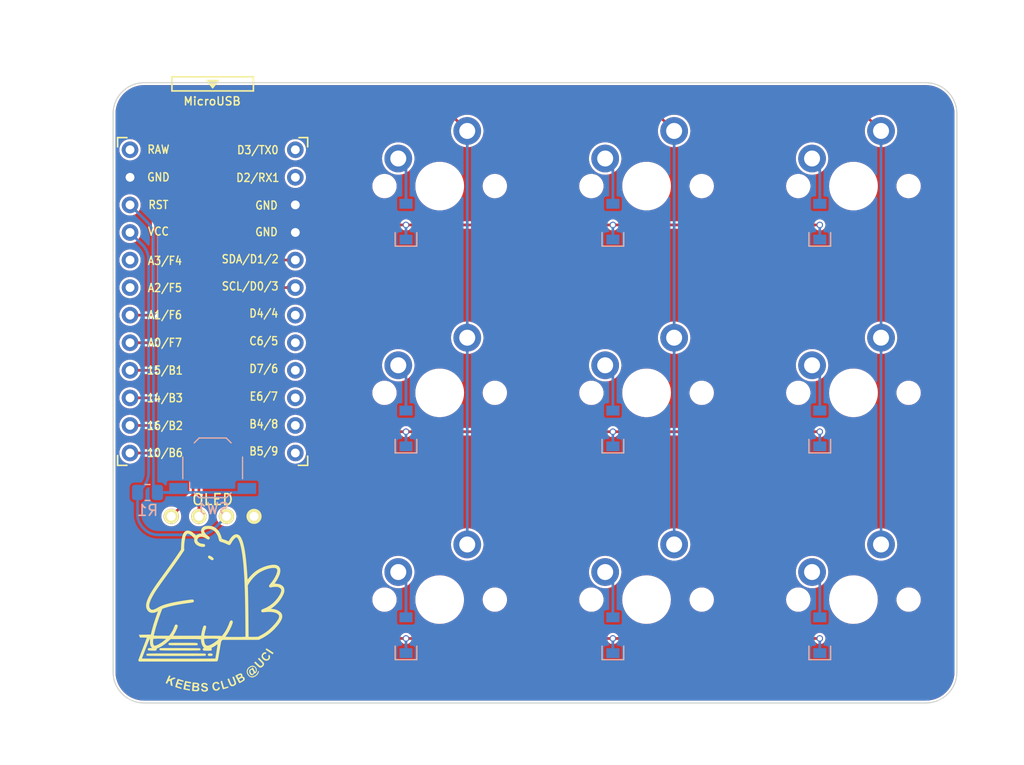
<source format=kicad_pcb>
(kicad_pcb (version 20211014) (generator pcbnew)
  (layers (0 "F.Cu" signal) (31 "B.Cu" signal) (34 "B.Paste" user) (35 "F.Paste" user) (36 "B.SilkS" user "B.Silkscreen") (37 "F.SilkS" user "F.Silkscreen") (38 "B.Mask" user) (39 "F.Mask" user) (44 "Edge.Cuts" user))
  (net 0 "")
  (net 1 "GND")
  (net 2 "row0")
  (net 3 "SDA")
  (net 4 "SCL")
  (net 5 "col0")
  (net 6 "col1")
  (net 7 "col2")
  (net 8 "+5V")
  (net 9 "Net-(R1-Pad2)")
  (net 19 "row1")
  (net 20 "row2")
  (net 21 "Net-(D1-Pad2)")
  (net 22 "Net-(D2-Pad2)")
  (net 23 "Net-(D3-Pad2)")
  (net 24 "Net-(D4-Pad2)")
  (net 25 "Net-(D5-Pad2)")
  (net 26 "Net-(D6-Pad2)")
  (net 27 "Net-(D7-Pad2)")
  (net 28 "Net-(D8-Pad2)")
  (net 29 "Net-(D9-Pad2)")
  (footprint "bevin:MXOnly-1U-NoLED" (layer "F.Cu") (at 135.999524 66.675)
    (fp_text reference "MX2")
    (fp_text value "MX-NoLED")
    (pad "" np_thru_hole circle (at -5.08 0 48.0996) (size 1.75 1.75) (drill 1.75) (layers *.Cu *.Mask))
    (pad "" np_thru_hole circle (at 0 0) (size 3.9878 3.9878) (drill 3.9878) (layers *.Cu *.Mask))
    (pad "" np_thru_hole circle (at 5.08 0 48.0996) (size 1.75 1.75) (drill 1.75) (layers *.Cu *.Mask))
    (pad "1" thru_hole circle (at -3.81 -2.54) (size 2.55 2.55) (drill 1.47) (layers *.Cu "B.Mask") (net 24 "Net-(D4-Pad2)"))
    (pad "2" thru_hole circle (at 2.54 -5.08) (size 2.55 2.55) (drill 1.47) (layers *.Cu "B.Mask") (net 5 "col0"))
  )
  (footprint "bevin:MXOnly-1U-NoLED" (layer "F.Cu") (at 155.049524 47.625)
    (fp_text reference "MX4")
    (fp_text value "MX-NoLED")
    (pad "" np_thru_hole circle (at 5.08 0 48.0996) (size 1.75 1.75) (drill 1.75) (layers *.Cu *.Mask))
    (pad "" np_thru_hole circle (at -5.08 0 48.0996) (size 1.75 1.75) (drill 1.75) (layers *.Cu *.Mask))
    (pad "" np_thru_hole circle (at 0 0) (size 3.9878 3.9878) (drill 3.9878) (layers *.Cu *.Mask))
    (pad "1" thru_hole circle (at -3.81 -2.54) (size 2.55 2.55) (drill 1.47) (layers *.Cu "B.Mask") (net 22 "Net-(D2-Pad2)"))
    (pad "2" thru_hole circle (at 2.54 -5.08) (size 2.55 2.55) (drill 1.47) (layers *.Cu "B.Mask") (net 6 "col1"))
  )
  (footprint "bevin:OLED_v2" (layer "F.Cu") (at 115.099942 78.05625)
    (fp_text reference "J1")
    (fp_text value "OLED" hide)
    (fp_text user "OLED" (at 0 -1.55) (layer "F.SilkS"))
    (pad "1" thru_hole circle locked (at -3.81 0) (size 1.397 1.397) (drill 0.8128) (layers *.Cu "F.SilkS" "B.Mask") (net 3 "SDA"))
    (pad "2" thru_hole circle locked (at -1.27 0) (size 1.397 1.397) (drill 0.8128) (layers *.Cu "F.SilkS" "B.Mask") (net 4 "SCL"))
    (pad "3" thru_hole circle locked (at 1.27 0) (size 1.397 1.397) (drill 0.8128) (layers *.Cu "F.SilkS" "B.Mask") (net 8 "+5V"))
    (pad "4" thru_hole circle locked (at 3.81 0) (size 1.397 1.397) (drill 0.8128) (layers *.Cu "F.SilkS" "B.Mask") (net 1 "GND"))
  )
  (footprint "bevin:MXOnly-1U-NoLED" (layer "F.Cu") (at 155.049524 66.675)
    (fp_text reference "MX5")
    (fp_text value "MX-NoLED")
    (pad "" np_thru_hole circle (at 0 0) (size 3.9878 3.9878) (drill 3.9878) (layers *.Cu *.Mask))
    (pad "" np_thru_hole circle (at -5.08 0 48.0996) (size 1.75 1.75) (drill 1.75) (layers *.Cu *.Mask))
    (pad "" np_thru_hole circle (at 5.08 0 48.0996) (size 1.75 1.75) (drill 1.75) (layers *.Cu *.Mask))
    (pad "1" thru_hole circle (at -3.81 -2.54) (size 2.55 2.55) (drill 1.47) (layers *.Cu "B.Mask") (net 25 "Net-(D5-Pad2)"))
    (pad "2" thru_hole circle (at 2.54 -5.08) (size 2.55 2.55) (drill 1.47) (layers *.Cu "B.Mask") (net 6 "col1"))
  )
  (footprint "bevin:MXOnly-1U-NoLED" (layer "F.Cu") (at 135.999524 85.725)
    (fp_text reference "MX3")
    (fp_text value "MX-NoLED")
    (pad "" np_thru_hole circle (at 0 0) (size 3.9878 3.9878) (drill 3.9878) (layers *.Cu *.Mask))
    (pad "" np_thru_hole circle (at -5.08 0 48.0996) (size 1.75 1.75) (drill 1.75) (layers *.Cu *.Mask))
    (pad "" np_thru_hole circle (at 5.08 0 48.0996) (size 1.75 1.75) (drill 1.75) (layers *.Cu *.Mask))
    (pad "1" thru_hole circle (at -3.81 -2.54) (size 2.55 2.55) (drill 1.47) (layers *.Cu "B.Mask") (net 27 "Net-(D7-Pad2)"))
    (pad "2" thru_hole circle (at 2.54 -5.08) (size 2.55 2.55) (drill 1.47) (layers *.Cu "B.Mask") (net 5 "col0"))
  )
  (footprint "bevin:MXOnly-1U-NoLED" (layer "F.Cu") (at 174.099524 47.625)
    (fp_text reference "MX7")
    (fp_text value "MX-NoLED")
    (pad "" np_thru_hole circle (at 0 0) (size 3.9878 3.9878) (drill 3.9878) (layers *.Cu *.Mask))
    (pad "" np_thru_hole circle (at 5.08 0 48.0996) (size 1.75 1.75) (drill 1.75) (layers *.Cu *.Mask))
    (pad "" np_thru_hole circle (at -5.08 0 48.0996) (size 1.75 1.75) (drill 1.75) (layers *.Cu *.Mask))
    (pad "1" thru_hole circle (at -3.81 -2.54) (size 2.55 2.55) (drill 1.47) (layers *.Cu "B.Mask") (net 23 "Net-(D3-Pad2)"))
    (pad "2" thru_hole circle (at 2.54 -5.08) (size 2.55 2.55) (drill 1.47) (layers *.Cu "B.Mask") (net 7 "col2"))
  )
  (footprint "bevin:MXOnly-1U-NoLED" (layer "F.Cu") (at 135.999524 47.625)
    (fp_text reference "MX1")
    (fp_text value "MX-NoLED")
    (pad "" np_thru_hole circle (at -5.08 0 48.0996) (size 1.75 1.75) (drill 1.75) (layers *.Cu *.Mask))
    (pad "" np_thru_hole circle (at 0 0) (size 3.9878 3.9878) (drill 3.9878) (layers *.Cu *.Mask))
    (pad "" np_thru_hole circle (at 5.08 0 48.0996) (size 1.75 1.75) (drill 1.75) (layers *.Cu *.Mask))
    (pad "1" thru_hole circle (at -3.81 -2.54) (size 2.55 2.55) (drill 1.47) (layers *.Cu "B.Mask") (net 21 "Net-(D1-Pad2)"))
    (pad "2" thru_hole circle (at 2.54 -5.08) (size 2.55 2.55) (drill 1.47) (layers *.Cu "B.Mask") (net 5 "col0"))
  )
  (footprint "bevin:MXOnly-1U-NoLED" (layer "F.Cu") (at 155.049524 85.725)
    (fp_text reference "MX6")
    (fp_text value "MX-NoLED")
    (pad "" np_thru_hole circle (at -5.08 0 48.0996) (size 1.75 1.75) (drill 1.75) (layers *.Cu *.Mask))
    (pad "" np_thru_hole circle (at 5.08 0 48.0996) (size 1.75 1.75) (drill 1.75) (layers *.Cu *.Mask))
    (pad "" np_thru_hole circle (at 0 0) (size 3.9878 3.9878) (drill 3.9878) (layers *.Cu *.Mask))
    (pad "1" thru_hole circle (at -3.81 -2.54) (size 2.55 2.55) (drill 1.47) (layers *.Cu "B.Mask") (net 28 "Net-(D8-Pad2)"))
    (pad "2" thru_hole circle (at 2.54 -5.08) (size 2.55 2.55) (drill 1.47) (layers *.Cu "B.Mask") (net 6 "col1"))
  )
  (footprint "bevin:MXOnly-1U-NoLED" (layer "F.Cu") (at 174.099524 66.675)
    (fp_text reference "MX8")
    (fp_text value "MX-NoLED")
    (pad "" np_thru_hole circle (at 5.08 0 48.0996) (size 1.75 1.75) (drill 1.75) (layers *.Cu *.Mask))
    (pad "" np_thru_hole circle (at 0 0) (size 3.9878 3.9878) (drill 3.9878) (layers *.Cu *.Mask))
    (pad "" np_thru_hole circle (at -5.08 0 48.0996) (size 1.75 1.75) (drill 1.75) (layers *.Cu *.Mask))
    (pad "1" thru_hole circle (at -3.81 -2.54) (size 2.55 2.55) (drill 1.47) (layers *.Cu "B.Mask") (net 26 "Net-(D6-Pad2)"))
    (pad "2" thru_hole circle (at 2.54 -5.08) (size 2.55 2.55) (drill 1.47) (layers *.Cu "B.Mask") (net 7 "col2"))
  )
  (footprint "bevin:ProMicro_v3" (layer "F.Cu") (at 115.099942 58.75625)
    (fp_text reference "U1" hide)
    (fp_text value "ProMicro" hide)
    (fp_text user "RAW" (at -4.995 -14.5 unlocked) (layer "F.SilkS") (effects (font (size 0.75 0.67) (thickness 0.125))))
    (fp_text user "14/B3" (at -4.395 8.4 unlocked) (layer "F.SilkS") (effects (font (size 0.75 0.67) (thickness 0.125))))
    (fp_text user "MicroUSB" (at -0.05 -18.95) (layer "F.SilkS") (effects (font (size 0.75 0.75) (thickness 0.12))))
    (fp_text user "RST" (at -4.995 -9.4 unlocked) (layer "F.SilkS") (effects (font (size 0.75 0.67) (thickness 0.125))))
    (fp_text user "D7/6" (at 4.705 5.7 unlocked) (layer "F.SilkS") (effects (font (size 0.75 0.67) (thickness 0.125))))
    (fp_text user "15/B1" (at -4.395 5.85 unlocked) (layer "F.SilkS") (effects (font (size 0.75 0.67) (thickness 0.125))))
    (fp_text user "D3/TX0" (at 4.155 -14.45 unlocked) (layer "F.SilkS") (effects (font (size 0.75 0.67) (thickness 0.125))))
    (fp_text user "SDA/D1/2" (at 3.455 -4.4 unlocked) (layer "F.SilkS") (effects (font (size 0.75 0.67) (thickness 0.125))))
    (fp_text user "10/B6" (at -4.395 13.45 unlocked) (layer "F.SilkS") (effects (font (size 0.75 0.67) (thickness 0.125))))
    (fp_text user "A3/F4" (at -4.395 -4.25 unlocked) (layer "F.SilkS") (effects (font (size 0.75 0.67) (thickness 0.125))))
    (fp_text user "A0/F7" (at -4.395 3.3 unlocked) (layer "F.SilkS") (effects (font (size 0.75 0.67) (thickness 0.125))))
    (fp_text user "GND" (at 4.955 -9.35 unlocked) (layer "F.SilkS") (effects (font (size 0.75 0.67) (thickness 0.125))))
    (fp_text user "C6/5" (at 4.705 3.15 unlocked) (layer "F.SilkS") (effects (font (size 0.75 0.67) (thickness 0.125))))
    (fp_text user "MicroUSB" (at -0.05 -18.95) (layer "F.SilkS") (effects (font (size 0.75 0.75) (thickness 0.12))))
    (fp_text user "VCC" (at -4.995 -6.95 unlocked) (layer "F.SilkS") (effects (font (size 0.75 0.67) (thickness 0.125))))
    (fp_text user "A2/F5" (at -4.395 -1.75 unlocked) (layer "F.SilkS") (effects (font (size 0.75 0.67) (thickness 0.125))))
    (fp_text user "GND" (at -4.995 -11.95 unlocked) (layer "F.SilkS") (effects (font (size 0.75 0.67) (thickness 0.125))))
    (fp_text user "A1/F6" (at -4.395 0.75 unlocked) (layer "F.SilkS") (effects (font (size 0.75 0.67) (thickness 0.125))))
    (fp_text user "E6/7" (at 4.705 8.25 unlocked) (layer "F.SilkS") (effects (font (size 0.75 0.67) (thickness 0.125))))
    (fp_text user "GND" (at 4.955 -6.9 unlocked) (layer "F.SilkS") (effects (font (size 0.75 0.67) (thickness 0.125))))
    (fp_text user "D2/RX1" (at 4.155 -11.9 unlocked) (layer "F.SilkS") (effects (font (size 0.75 0.67) (thickness 0.125))))
    (fp_text user "B5/9" (at 4.705 13.3 unlocked) (layer "F.SilkS") (effects (font (size 0.75 0.67) (thickness 0.125))))
    (fp_text user "SCL/D0/3" (at 3.455 -1.9 unlocked) (layer "F.SilkS") (effects (font (size 0.75 0.67) (thickness 0.125))))
    (fp_text user "D4/4" (at 4.705 0.6 unlocked) (layer "F.SilkS") (effects (font (size 0.75 0.67) (thickness 0.125))))
    (fp_text user "B4/8" (at 4.705 10.8 unlocked) (layer "F.SilkS") (effects (font (size 0.75 0.67) (thickness 0.125))))
    (fp_text user "16/B2" (at -4.395 10.95 unlocked) (layer "F.SilkS") (effects (font (size 0.75 0.67) (thickness 0.125))))
    (pad "1" thru_hole circle locked (at 7.6114 -14.478) (size 1.524 1.524) (drill 0.8128) (layers *.Cu "B.Mask"))
    (pad "2" thru_hole circle locked (at 7.6114 -11.938) (size 1.524 1.524) (drill 0.8128) (layers *.Cu "B.Mask"))
    (pad "3" thru_hole circle locked (at 7.6114 -9.398) (size 1.524 1.524) (drill 0.8128) (layers *.Cu "B.Mask") (net 1 "GND"))
    (pad "4" thru_hole circle locked (at 7.6114 -6.858) (size 1.524 1.524) (drill 0.8128) (layers *.Cu "B.Mask") (net 1 "GND"))
    (pad "5" thru_hole circle locked (at 7.6114 -4.318) (size 1.524 1.524) (drill 0.8128) (layers *.Cu "B.Mask") (net 3 "SDA"))
    (pad "6" thru_hole circle locked (at 7.6114 -1.778) (size 1.524 1.524) (drill 0.8128) (layers *.Cu "B.Mask") (net 4 "SCL"))
    (pad "7" thru_hole circle locked (at 7.6114 0.762) (size 1.524 1.524) (drill 0.8128) (layers *.Cu "B.Mask"))
    (pad "8" thru_hole circle locked (at 7.6114 3.302) (size 1.524 1.524) (drill 0.8128) (layers *.Cu "B.Mask"))
    (pad "9" thru_hole circle locked (at 7.6114 5.842) (size 1.524 1.524) (drill 0.8128) (layers *.Cu "B.Mask"))
    (pad "10" thru_hole circle locked (at 7.6114 8.382) (size 1.524 1.524) (drill 0.8128) (layers *.Cu "B.Mask"))
    (pad "11" thru_hole circle locked (at 7.6114 10.922) (size 1.524 1.524) (drill 0.8128) (layers *.Cu "B.Mask"))
    (pad "12" thru_hole circle locked (at 7.6114 13.462) (size 1.524 1.524) (drill 0.8128) (layers *.Cu "B.Mask"))
    (pad "13" thru_hole circle locked (at -7.6086 13.462) (size 1.524 1.524) (drill 0.8128) (layers *.Cu "B.Mask") (net 20 "row2"))
    (pad "14" thru_hole circle locked (at -7.6086 10.922) (size 1.524 1.524) (drill 0.8128) (layers *.Cu "B.Mask") (net 19 "row1"))
    (pad "15" thru_hole circle locked (at -7.6086 8.382) (size 1.524 1.524) (drill 0.8128) (layers *.Cu "B.Mask") (net 2 "row0"))
    (pad "16" thru_hole circle locked (at -7.6086 5.842) (size 1.524 1.524) (drill 0.8128) (layers *.Cu "B.Mask") (net 5 "col0"))
    (pad "17" thru_hole circle locked (at -7.6086 3.302) (size 1.524 1.524) (drill 0.8128) (layers *.Cu "B.Mask") (net 6 "col1"))
    (pad "18" thru_hole circle locked (at -7.6086 0.762) (size 1.524 1.524) (drill 0.8128) (layers *.Cu "B.Mask") (net 7 "col2"))
    (pad "19" thru_hole circle locked (at -7.6086 -1.778) (size 1.524 1.524) (drill 0.8128) (layers *.Cu "B.Mask"))
    (pad "20" thru_hole circle locked (at -7.6086 -4.318) (size 1.524 1.524) (drill 0.8128) (layers *.Cu "B.Mask"))
    (pad "21" thru_hole circle locked (at -7.6086 -6.858) (size 1.524 1.524) (drill 0.8128) (layers *.Cu "B.Mask") (net 8 "+5V"))
    (pad "22" thru_hole circle locked (at -7.6086 -9.398) (size 1.524 1.524) (drill 0.8128) (layers *.Cu "B.Mask") (net 9 "Net-(R1-Pad2)"))
    (pad "23" thru_hole circle locked (at -7.6086 -11.938) (size 1.524 1.524) (drill 0.8128) (layers *.Cu "B.Mask") (net 1 "GND"))
    (pad "24" thru_hole circle locked (at -7.6086 -14.478) (size 1.524 1.524) (drill 0.8128) (layers *.Cu "B.Mask"))
  )
  (footprint "LOGO" (layer "F.Cu") (at 115.099942 86.6525)
    (fp_text reference "G***")
    (fp_text value "LOGO" hide)
  )
  (footprint "bevin:MXOnly-1U-NoLED" (layer "F.Cu") (at 174.099524 85.725)
    (fp_text reference "MX9")
    (fp_text value "MX-NoLED")
    (pad "" np_thru_hole circle (at 5.08 0 48.0996) (size 1.75 1.75) (drill 1.75) (layers *.Cu *.Mask))
    (pad "" np_thru_hole circle (at 0 0) (size 3.9878 3.9878) (drill 3.9878) (layers *.Cu *.Mask))
    (pad "" np_thru_hole circle (at -5.08 0 48.0996) (size 1.75 1.75) (drill 1.75) (layers *.Cu *.Mask))
    (pad "1" thru_hole circle (at -3.81 -2.54) (size 2.55 2.55) (drill 1.47) (layers *.Cu "B.Mask") (net 29 "Net-(D9-Pad2)"))
    (pad "2" thru_hole circle (at 2.54 -5.08) (size 2.55 2.55) (drill 1.47) (layers *.Cu "B.Mask") (net 7 "col2"))
  )
  (footprint "Button_Switch_SMD:SW_SPST_TL3342" (layer "B.Cu") (at 115.099942 73.58625)
    (fp_text reference "SW1" (at 0 3.75) (layer "B.SilkS") (effects (justify mirror)))
    (fp_text value "SW_Push")
    (pad "1" smd rect (at -3.15 1.9) (size 1.7 1) (layers "B.Cu" "B.Paste" "B.Mask") (net 9 "Net-(R1-Pad2)"))
    (pad "1" smd rect (at 3.15 1.9) (size 1.7 1) (layers "B.Cu" "B.Paste" "B.Mask") (net 9 "Net-(R1-Pad2)"))
    (pad "2" smd rect (at 3.15 -1.9) (size 1.7 1) (layers "B.Cu" "B.Paste" "B.Mask") (net 1 "GND"))
    (pad "2" smd rect (at -3.15 -1.9) (size 1.7 1) (layers "B.Cu" "B.Paste" "B.Mask") (net 1 "GND"))
  )
  (footprint "bevin:D_SOD-123-Pretty" (layer "B.Cu") (at 151.949524 69.95625 90)
    (fp_text reference "D5")
    (fp_text value "D_Small")
    (pad "1" smd rect locked (at -1.65 0 90) (size 0.9 1.2) (layers "B.Cu" "B.Paste" "B.Mask") (net 19 "row1"))
    (pad "2" smd rect locked (at 1.65 0 90) (size 0.9 1.2) (layers "B.Cu" "B.Paste" "B.Mask") (net 25 "Net-(D5-Pad2)"))
  )
  (footprint "bevin:D_SOD-123-Pretty" (layer "B.Cu") (at 132.899524 89.00625 90)
    (fp_text reference "D7")
    (fp_text value "D_Small")
    (pad "1" smd rect locked (at -1.65 0 90) (size 0.9 1.2) (layers "B.Cu" "B.Paste" "B.Mask") (net 20 "row2"))
    (pad "2" smd rect locked (at 1.65 0 90) (size 0.9 1.2) (layers "B.Cu" "B.Paste" "B.Mask") (net 27 "Net-(D7-Pad2)"))
  )
  (footprint "bevin:D_SOD-123-Pretty" (layer "B.Cu") (at 132.899524 69.95625 90)
    (fp_text reference "D4")
    (fp_text value "D_Small")
    (pad "1" smd rect locked (at -1.65 0 90) (size 0.9 1.2) (layers "B.Cu" "B.Paste" "B.Mask") (net 19 "row1"))
    (pad "2" smd rect locked (at 1.65 0 90) (size 0.9 1.2) (layers "B.Cu" "B.Paste" "B.Mask") (net 24 "Net-(D4-Pad2)"))
  )
  (footprint "Resistor_SMD:R_0805_2012Metric" (layer "B.Cu") (at 109.099942 75.85625)
    (fp_text reference "R1" (at 0 1.65) (layer "B.SilkS") (effects (justify mirror)))
    (fp_text value "10k")
    (pad "1" smd roundrect (at -0.9125 0) (size 1.025 1.4) (layers "B.Cu" "B.Paste" "B.Mask") (roundrect_rratio 0.243902439) (net 8 "+5V"))
    (pad "2" smd roundrect (at 0.9125 0) (size 1.025 1.4) (layers "B.Cu" "B.Paste" "B.Mask") (roundrect_rratio 0.243902439) (net 9 "Net-(R1-Pad2)"))
  )
  (footprint "bevin:D_SOD-123-Pretty" (layer "B.Cu") (at 170.999524 89.00625 90)
    (fp_text reference "D9")
    (fp_text value "D_Small")
    (pad "1" smd rect locked (at -1.65 0 90) (size 0.9 1.2) (layers "B.Cu" "B.Paste" "B.Mask") (net 20 "row2"))
    (pad "2" smd rect locked (at 1.65 0 90) (size 0.9 1.2) (layers "B.Cu" "B.Paste" "B.Mask") (net 29 "Net-(D9-Pad2)"))
  )
  (footprint "bevin:D_SOD-123-Pretty" (layer "B.Cu") (at 132.899524 50.90625 90)
    (fp_text reference "D1")
    (fp_text value "D_Small")
    (pad "1" smd rect locked (at -1.65 0 90) (size 0.9 1.2) (layers "B.Cu" "B.Paste" "B.Mask") (net 2 "row0"))
    (pad "2" smd rect locked (at 1.65 0 90) (size 0.9 1.2) (layers "B.Cu" "B.Paste" "B.Mask") (net 21 "Net-(D1-Pad2)"))
  )
  (footprint "bevin:D_SOD-123-Pretty" (layer "B.Cu") (at 170.999524 69.95625 90)
    (fp_text reference "D6")
    (fp_text value "D_Small")
    (pad "1" smd rect locked (at -1.65 0 90) (size 0.9 1.2) (layers "B.Cu" "B.Paste" "B.Mask") (net 19 "row1"))
    (pad "2" smd rect locked (at 1.65 0 90) (size 0.9 1.2) (layers "B.Cu" "B.Paste" "B.Mask") (net 26 "Net-(D6-Pad2)"))
  )
  (footprint "bevin:D_SOD-123-Pretty" (layer "B.Cu") (at 151.949524 50.90625 90)
    (fp_text reference "D2")
    (fp_text value "D_Small")
    (pad "1" smd rect locked (at -1.65 0 90) (size 0.9 1.2) (layers "B.Cu" "B.Paste" "B.Mask") (net 2 "row0"))
    (pad "2" smd rect locked (at 1.65 0 90) (size 0.9 1.2) (layers "B.Cu" "B.Paste" "B.Mask") (net 22 "Net-(D2-Pad2)"))
  )
  (footprint "bevin:D_SOD-123-Pretty" (layer "B.Cu") (at 151.949524 89.00625 90)
    (fp_text reference "D8")
    (fp_text value "D_Small")
    (pad "1" smd rect locked (at -1.65 0 90) (size 0.9 1.2) (layers "B.Cu" "B.Paste" "B.Mask") (net 20 "row2"))
    (pad "2" smd rect locked (at 1.65 0 90) (size 0.9 1.2) (layers "B.Cu" "B.Paste" "B.Mask") (net 28 "Net-(D8-Pad2)"))
  )
  (footprint "bevin:D_SOD-123-Pretty" (layer "B.Cu") (at 170.999524 50.90625 90)
    (fp_text reference "D3")
    (fp_text value "D_Small")
    (pad "1" smd rect locked (at -1.65 0 90) (size 0.9 1.2) (layers "B.Cu" "B.Paste" "B.Mask") (net 2 "row0"))
    (pad "2" smd rect locked (at 1.65 0 90) (size 0.9 1.2) (layers "B.Cu" "B.Paste" "B.Mask") (net 23 "Net-(D3-Pad2)"))
  )
  (gr_arc (start 105.932025 40.9575) (mid 106.768967 38.936942) (end 108.789525 38.1) (layer "Edge.Cuts") (width 0.1))
  (gr_line (start 108.789525 38.1) (end 180.767024 38.1) (layer "Edge.Cuts") (width 0.1))
  (gr_line (start 105.932025 92.3925) (end 105.932025 40.9575) (layer "Edge.Cuts") (width 0.1))
  (gr_line (start 183.624524 40.9575) (end 183.624524 92.3925) (layer "Edge.Cuts") (width 0.1))
  (gr_line (start 108.789525 95.25) (end 180.767024 95.25) (layer "Edge.Cuts") (width 0.1))
  (gr_arc (start 180.767024 38.1) (mid 182.787582 38.936942) (end 183.624524 40.9575) (layer "Edge.Cuts") (width 0.1))
  (gr_arc (start 108.789525 95.25) (mid 106.768967 94.413058) (end 105.932025 92.3925) (layer "Edge.Cuts") (width 0.1))
  (gr_arc (start 183.624524 92.3925) (mid 182.787582 94.413058) (end 180.767024 95.25) (layer "Edge.Cuts") (width 0.1))
  (segment (start 127.674524 51.20625) (end 126.950774 50.4825) (width 0.25) (layer "F.Cu") (net 2))
  (segment (start 132.899524 51.20625) (end 127.674524 51.20625) (width 0.25) (layer "F.Cu") (net 2))
  (segment (start 124.610754 40.9575) (end 114.30849 40.9575) (width 0.25) (layer "F.Cu") (net 2))
  (segment (start 170.999524 51.20625) (end 132.899524 51.20625) (width 0.25) (layer "F.Cu") (net 2))
  (segment (start 111.349942 66.75625) (end 110.967942 67.13825) (width 0.25) (layer "F.Cu") (net 2))
  (segment (start 126.950774 50.4825) (end 126.950774 43.29752) (width 0.25) (layer "F.Cu") (net 2))
  (segment (start 112.328591 41.777601) (end 112.170043 41.936149) (width 0.25) (layer "F.Cu") (net 2))
  (segment (start 111.349942 43.916048) (end 111.349942 66.75625) (width 0.25) (layer "F.Cu") (net 2))
  (segment (start 126.306409 41.741885) (end 126.166389 41.601865) (width 0.25) (layer "F.Cu") (net 2))
  (segment (start 110.967942 67.13825) (end 107.491342 67.13825) (width 0.25) (layer "F.Cu") (net 2))
  (via (at 132.899524 51.20625) (size 0.6) (drill 0.4) (layers "F.Cu" "B.Cu") (net 2))
  (via (at 151.949524 51.20625) (size 0.6) (drill 0.4) (layers "F.Cu" "B.Cu") (net 2))
  (via (at 170.999524 51.20625) (size 0.6) (drill 0.4) (layers "F.Cu" "B.Cu") (net 2))
  (arc (start 112.328591 41.777601) (mid 113.236976 41.170637) (end 114.30849 40.9575) (width 0.25) (layer "F.Cu") (net 2))
  (arc (start 126.166389 41.601865) (mid 125.452658 41.124965) (end 124.610754 40.9575) (width 0.25) (layer "F.Cu") (net 2))
  (arc (start 112.170043 41.936149) (mid 111.563079 42.844534) (end 111.349942 43.916048) (width 0.25) (layer "F.Cu") (net 2))
  (arc (start 126.306409 41.741885) (mid 126.783309 42.455616) (end 126.950774 43.29752) (width 0.25) (layer "F.Cu") (net 2))
  (segment (start 170.999524 51.20625) (end 170.999524 52.55625) (width 0.25) (layer "B.Cu") (net 2))
  (segment (start 132.899524 51.20625) (end 132.899524 52.55625) (width 0.25) (layer "B.Cu") (net 2))
  (segment (start 151.949524 51.20625) (end 151.949524 52.55625) (width 0.25) (layer "B.Cu") (net 2))
  (segment (start 113.299524 76.046668) (end 111.289942 78.05625) (width 0.25) (layer "F.Cu") (net 3))
  (segment (start 113.299524 55.886567) (end 113.299524 76.046668) (width 0.25) (layer "F.Cu") (net 3))
  (segment (start 113.757891 54.848301) (end 113.709574 54.896618) (width 0.25) (layer "F.Cu") (net 3))
  (segment (start 122.711342 54.43825) (end 114.747841 54.43825) (width 0.25) (layer "F.Cu") (net 3))
  (arc (start 114.747841 54.43825) (mid 114.212084 54.544819) (end 113.757891 54.848301) (width 0.25) (layer "F.Cu") (net 3))
  (arc (start 113.709574 54.896618) (mid 113.406093 55.350811) (end 113.299524 55.886567) (width 0.25) (layer "F.Cu") (net 3))
  (segment (start 122.711342 56.97825) (end 115.499262 56.97825) (width 0.25) (layer "F.Cu") (net 4))
  (segment (start 113.829942 58.64757) (end 113.829942 78.05625) (width 0.25) (layer "F.Cu") (net 4))
  (segment (start 114.438602 57.41759) (end 114.269282 57.58691) (width 0.25) (layer "F.Cu") (net 4))
  (arc (start 113.829942 58.64757) (mid 113.944123 58.073545) (end 114.269282 57.58691) (width 0.25) (layer "F.Cu") (net 4))
  (arc (start 115.499262 56.97825) (mid 114.925237 57.092431) (end 114.438602 57.41759) (width 0.25) (layer "F.Cu") (net 4))
  (segment (start 110.507942 64.59825) (end 110.849942 64.25625) (width 0.25) (layer "F.Cu") (net 5))
  (segment (start 137.061561 41.067037) (end 138.539524 42.545) (width 0.25) (layer "F.Cu") (net 5))
  (segment (start 114.159004 40.48125) (end 135.647347 40.48125) (width 0.25) (layer "F.Cu") (net 5))
  (segment (start 111.757911 41.598281) (end 111.966973 41.389219) (width 0.25) (layer "F.Cu") (net 5))
  (segment (start 110.849942 64.25625) (end 110.849942 43.790312) (width 0.25) (layer "F.Cu") (net 5))
  (segment (start 107.491342 64.59825) (end 110.507942 64.59825) (width 0.25) (layer "F.Cu") (net 5))
  (arc (start 137.061561 41.067037) (mid 136.412714 40.633491) (end 135.647347 40.48125) (width 0.25) (layer "F.Cu") (net 5))
  (arc (start 111.966973 41.389219) (mid 112.972685 40.717223) (end 114.159004 40.48125) (width 0.25) (layer "F.Cu") (net 5))
  (arc (start 111.757911 41.598281) (mid 111.085915 42.603993) (end 110.849942 43.790312) (width 0.25) (layer "F.Cu") (net 5))
  (segment (start 138.539524 42.545) (end 138.539524 80.645) (width 0.25) (layer "B.Cu") (net 5))
  (segment (start 157.589524 42.545) (end 155.63531 40.590786) (width 0.25) (layer "F.Cu") (net 6))
  (segment (start 154.221097 40.005) (end 114.009518 40.005) (width 0.25) (layer "F.Cu") (net 6))
  (segment (start 110.349942 61.75625) (end 110.047942 62.05825) (width 0.25) (layer "F.Cu") (net 6))
  (segment (start 110.047942 62.05825) (end 107.491342 62.05825) (width 0.25) (layer "F.Cu") (net 6))
  (segment (start 110.349942 43.664576) (end 110.349942 61.75625) (width 0.25) (layer "F.Cu") (net 6))
  (segment (start 111.605355 41.000837) (end 111.345779 41.260413) (width 0.25) (layer "F.Cu") (net 6))
  (arc (start 114.009518 40.005) (mid 112.708394 40.26381) (end 111.605355 41.000837) (width 0.25) (layer "F.Cu") (net 6))
  (arc (start 110.349942 43.664576) (mid 110.608752 42.363452) (end 111.345779 41.260413) (width 0.25) (layer "F.Cu") (net 6))
  (arc (start 155.63531 40.590786) (mid 154.986464 40.157241) (end 154.221097 40.005) (width 0.25) (layer "F.Cu") (net 6))
  (segment (start 157.589524 80.645) (end 157.589524 42.545) (width 0.25) (layer "B.Cu") (net 6))
  (segment (start 109.587942 59.51825) (end 109.849942 59.25625) (width 0.25) (layer "F.Cu") (net 7))
  (segment (start 107.491342 59.51825) (end 109.587942 59.51825) (width 0.25) (layer "F.Cu") (net 7))
  (segment (start 110.933647 40.922545) (end 111.243737 40.612455) (width 0.25) (layer "F.Cu") (net 7))
  (segment (start 109.849942 59.25625) (end 109.849942 43.53884) (width 0.25) (layer "F.Cu") (net 7))
  (segment (start 174.209061 40.114537) (end 176.639524 42.545) (width 0.25) (layer "F.Cu") (net 7))
  (segment (start 113.860032 39.52875) (end 172.794847 39.52875) (width 0.25) (layer "F.Cu") (net 7))
  (arc (start 172.794847 39.52875) (mid 173.560214 39.680991) (end 174.209061 40.114537) (width 0.25) (layer "F.Cu") (net 7))
  (arc (start 110.933647 40.922545) (mid 110.131588 42.122911) (end 109.849942 43.53884) (width 0.25) (layer "F.Cu") (net 7))
  (arc (start 113.860032 39.52875) (mid 112.444103 39.810396) (end 111.243737 40.612455) (width 0.25) (layer "F.Cu") (net 7))
  (segment (start 176.639524 42.545) (end 176.639524 80.645) (width 0.25) (layer "B.Cu") (net 7))
  (segment (start 108.614155 75.429537) (end 108.187442 75.85625) (width 0.25) (layer "B.Cu") (net 8))
  (segment (start 113.924358 79.75625) (end 110.076358 79.75625) (width 0.25) (layer "B.Cu") (net 8))
  (segment (start 116.369942 78.05625) (end 115.19715 79.229042) (width 0.25) (layer "B.Cu") (net 8))
  (segment (start 108.803566 79.229042) (end 108.71465 79.140126) (width 0.25) (layer "B.Cu") (net 8))
  (segment (start 107.491342 51.89825) (end 108.614156 53.021064) (width 0.25) (layer "B.Cu") (net 8))
  (segment (start 109.199942 54.435277) (end 109.199942 74.015323) (width 0.25) (layer "B.Cu") (net 8))
  (segment (start 108.187442 77.867334) (end 108.187442 75.85625) (width 0.25) (layer "B.Cu") (net 8))
  (arc (start 108.614155 75.429537) (mid 109.047701 74.78069) (end 109.199942 74.015323) (width 0.25) (layer "B.Cu") (net 8))
  (arc (start 108.614156 53.021064) (mid 109.047701 53.66991) (end 109.199942 54.435277) (width 0.25) (layer "B.Cu") (net 8))
  (arc (start 113.924358 79.75625) (mid 114.613188 79.619233) (end 115.19715 79.229042) (width 0.25) (layer "B.Cu") (net 8))
  (arc (start 108.187442 77.867334) (mid 108.324459 78.556164) (end 108.71465 79.140126) (width 0.25) (layer "B.Cu") (net 8))
  (arc (start 110.076358 79.75625) (mid 109.387528 79.619233) (end 108.803566 79.229042) (width 0.25) (layer "B.Cu") (net 8))
  (segment (start 109.063675 50.930583) (end 107.491342 49.35825) (width 0.25) (layer "B.Cu") (net 9))
  (segment (start 110.012442 75.85625) (end 111.949942 75.85625) (width 0.25) (layer "B.Cu") (net 9))
  (segment (start 109.649462 75.49327) (end 109.649462 52.344797) (width 0.25) (layer "B.Cu") (net 9))
  (segment (start 110.012442 75.85625) (end 109.649462 75.49327) (width 0.25) (layer "B.Cu") (net 9))
  (segment (start 118.249942 75.85625) (end 111.949942 75.85625) (width 0.25) (layer "B.Cu") (net 9))
  (arc (start 109.063675 50.930583) (mid 109.497221 51.57943) (end 109.649462 52.344797) (width 0.25) (layer "B.Cu") (net 9))
  (segment (start 107.491342 69.67825) (end 111.427942 69.67825) (width 0.25) (layer "F.Cu") (net 19))
  (segment (start 111.427942 69.67825) (end 111.849942 69.25625) (width 0.25) (layer "F.Cu") (net 19))
  (segment (start 126.825996 69.883972) (end 126.846802 69.904778) (width 0.25) (layer "F.Cu") (net 19))
  (segment (start 170.999524 70.25625) (end 132.899524 70.25625) (width 0.25) (layer "F.Cu") (net 19))
  (segment (start 125.833939 41.990247) (end 125.918027 42.074335) (width 0.25) (layer "F.Cu") (net 19))
  (segment (start 112.582175 42.274017) (end 112.690209 42.165983) (width 0.25) (layer "F.Cu") (net 19))
  (segment (start 114.457976 41.43375) (end 124.490436 41.43375) (width 0.25) (layer "F.Cu") (net 19))
  (segment (start 127.69533 70.25625) (end 132.899524 70.25625) (width 0.25) (layer "F.Cu") (net 19))
  (segment (start 126.474524 43.417838) (end 126.474524 69.035444) (width 0.25) (layer "F.Cu") (net 19))
  (segment (start 111.849942 69.25625) (end 111.849942 44.041784) (width 0.25) (layer "F.Cu") (net 19))
  (via (at 132.899524 70.25625) (size 0.6) (drill 0.4) (layers "F.Cu" "B.Cu") (net 19))
  (via (at 151.949524 70.25625) (size 0.6) (drill 0.4) (layers "F.Cu" "B.Cu") (net 19))
  (via (at 170.999524 70.25625) (size 0.6) (drill 0.4) (layers "F.Cu" "B.Cu") (net 19))
  (arc (start 125.833939 41.990247) (mid 125.217535 41.578379) (end 124.490436 41.43375) (width 0.25) (layer "F.Cu") (net 19))
  (arc (start 127.69533 70.25625) (mid 127.23611 70.164905) (end 126.846802 69.904778) (width 0.25) (layer "F.Cu") (net 19))
  (arc (start 126.474524 43.417838) (mid 126.329895 42.690739) (end 125.918027 42.074335) (width 0.25) (layer "F.Cu") (net 19))
  (arc (start 126.474524 69.035444) (mid 126.565869 69.494664) (end 126.825996 69.883972) (width 0.25) (layer "F.Cu") (net 19))
  (arc (start 112.582175 42.274017) (mid 112.040243 43.085075) (end 111.849942 44.041784) (width 0.25) (layer "F.Cu") (net 19))
  (arc (start 112.690209 42.165983) (mid 113.501267 41.624051) (end 114.457976 41.43375) (width 0.25) (layer "F.Cu") (net 19))
  (segment (start 170.999524 71.60625) (end 170.999524 70.25625) (width 0.25) (layer "B.Cu") (net 19))
  (segment (start 151.949524 71.60625) (end 151.949524 70.25625) (width 0.25) (layer "B.Cu") (net 19))
  (segment (start 132.899524 71.60625) (end 132.899524 70.25625) (width 0.25) (layer "B.Cu") (net 19))
  (segment (start 132.899524 89.30625) (end 127.943858 89.30625) (width 0.25) (layer "F.Cu") (net 20))
  (segment (start 126.671066 88.779042) (end 126.525482 88.633458) (width 0.25) (layer "F.Cu") (net 20))
  (segment (start 125.529645 42.435953) (end 125.472321 42.378629) (width 0.25) (layer "F.Cu") (net 20))
  (segment (start 170.999524 89.30625) (end 132.899524 89.30625) (width 0.25) (layer "F.Cu") (net 20))
  (segment (start 112.349942 44.16752) (end 112.349942 71.75625) (width 0.25) (layer "F.Cu") (net 20))
  (segment (start 113.051827 42.554365) (end 112.994307 42.611885) (width 0.25) (layer "F.Cu") (net 20))
  (segment (start 125.998274 87.360666) (end 125.998274 43.567324) (width 0.25) (layer "F.Cu") (net 20))
  (segment (start 112.349942 71.75625) (end 111.887942 72.21825) (width 0.25) (layer "F.Cu") (net 20))
  (segment (start 111.887942 72.21825) (end 107.491342 72.21825) (width 0.25) (layer "F.Cu") (net 20))
  (segment (start 124.34095 41.91) (end 114.607462 41.91) (width 0.25) (layer "F.Cu") (net 20))
  (via (at 151.949524 89.30625) (size 0.6) (drill 0.4) (layers "F.Cu" "B.Cu") (net 20))
  (via (at 170.999524 89.30625) (size 0.6) (drill 0.4) (layers "F.Cu" "B.Cu") (net 20))
  (via (at 132.899524 89.30625) (size 0.6) (drill 0.4) (layers "F.Cu" "B.Cu") (net 20))
  (arc (start 125.998274 43.567324) (mid 125.876481 42.955031) (end 125.529645 42.435953) (width 0.25) (layer "F.Cu") (net 20))
  (arc (start 127.943858 89.30625) (mid 127.255028 89.169233) (end 126.671066 88.779042) (width 0.25) (layer "F.Cu") (net 20))
  (arc (start 124.34095 41.91) (mid 124.953243 42.031793) (end 125.472321 42.378629) (width 0.25) (layer "F.Cu") (net 20))
  (arc (start 112.994307 42.611885) (mid 112.517407 43.325616) (end 112.349942 44.16752) (width 0.25) (layer "F.Cu") (net 20))
  (arc (start 113.051827 42.554365) (mid 113.765558 42.077465) (end 114.607462 41.91) (width 0.25) (layer "F.Cu") (net 20))
  (arc (start 125.998274 87.360666) (mid 126.135291 88.049496) (end 126.525482 88.633458) (width 0.25) (layer "F.Cu") (net 20))
  (segment (start 132.899524 90.65625) (end 132.899524 89.30625) (width 0.25) (layer "B.Cu") (net 20))
  (segment (start 170.999524 90.65625) (end 170.999524 89.30625) (width 0.25) (layer "B.Cu") (net 20))
  (segment (start 151.949524 90.65625) (end 151.949524 89.30625) (width 0.25) (layer "B.Cu") (net 20))
  (segment (start 132.899524 49.25625) (end 132.899524 45.795) (width 0.25) (layer "B.Cu") (net 21))
  (segment (start 132.899524 45.795) (end 132.189524 45.085) (width 0.25) (layer "B.Cu") (net 21))
  (segment (start 151.949524 45.795) (end 151.239524 45.085) (width 0.25) (layer "B.Cu") (net 22))
  (segment (start 151.949524 49.25625) (end 151.949524 45.795) (width 0.25) (layer "B.Cu") (net 22))
  (segment (start 170.999524 49.25625) (end 170.999524 45.795) (width 0.25) (layer "B.Cu") (net 23))
  (segment (start 170.999524 45.795) (end 170.289524 45.085) (width 0.25) (layer "B.Cu") (net 23))
  (segment (start 132.899524 64.845) (end 132.189524 64.135) (width 0.25) (layer "B.Cu") (net 24))
  (segment (start 132.899524 68.30625) (end 132.899524 64.845) (width 0.25) (layer "B.Cu") (net 24))
  (segment (start 151.949524 64.845) (end 151.239524 64.135) (width 0.25) (layer "B.Cu") (net 25))
  (segment (start 151.949524 68.30625) (end 151.949524 64.845) (width 0.25) (layer "B.Cu") (net 25))
  (segment (start 170.999524 68.30625) (end 170.999524 64.845) (width 0.25) (layer "B.Cu") (net 26))
  (segment (start 170.999524 64.845) (end 170.289524 64.135) (width 0.25) (layer "B.Cu") (net 26))
  (segment (start 132.899524 83.895) (end 132.189524 83.185) (width 0.25) (layer "B.Cu") (net 27))
  (segment (start 132.899524 87.35625) (end 132.899524 83.895) (width 0.25) (layer "B.Cu") (net 27))
  (segment (start 151.949524 83.895) (end 151.239524 83.185) (width 0.25) (layer "B.Cu") (net 28))
  (segment (start 151.949524 87.35625) (end 151.949524 83.895) (width 0.25) (layer "B.Cu") (net 28))
  (segment (start 170.999524 87.35625) (end 170.999524 83.895) (width 0.25) (layer "B.Cu") (net 29))
  (segment (start 170.999524 83.895) (end 170.289524 83.185) (width 0.25) (layer "B.Cu") (net 29))
  (zone (net 1) (net_name "GND") (layers F&B.Cu) (connect_pads yes (clearance 0.22)) (min_thickness 0.22) (fill yes (thermal_gap 0.508) (thermal_bridge_width 0.508))
    (polygon (pts (xy 189.815774 100.965) (xy 95.518274 100.965) (xy 95.518274 30.48) (xy 189.815774 30.48)))
  )
)
</source>
